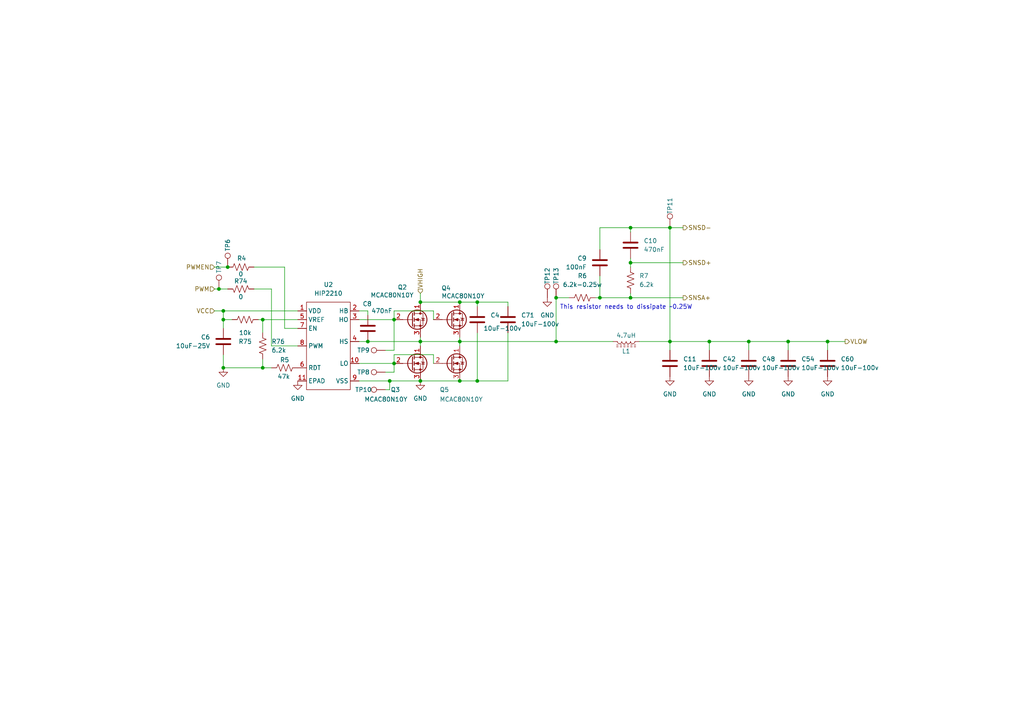
<source format=kicad_sch>
(kicad_sch (version 20231120) (generator "eeschema") (generator_version "8.0")
  (paper "A4")
  (lib_symbols
    (symbol "Connector:TestPoint" (pin_numbers hide) (pin_names (offset 0.762) hide)
      (property "Reference" "TP" (at 0 6.858 0))
      (property "Value" "TestPoint" (at 0 5.08 0))
      (symbol "TestPoint_0_1"
        (circle (center 0 3.302) (radius 0.762))
      )
      (symbol "TestPoint_1_1"
        (pin passive line (at 0 0 90) (length 2.54) (name "1") (number "1"))
      )
    )
    (symbol "Device:C" (pin_numbers hide) (pin_names (offset 0.254))
      (property "Reference" "C" (at 0.635 2.54 0))
      (property "Value" "C" (at 0.635 -2.54 0))
      (symbol "C_0_1"
        (polyline (pts (xy -2.032 -0.762) (xy 2.032 -0.762)) (stroke (width 0.508)))
        (polyline (pts (xy -2.032 0.762) (xy 2.032 0.762)) (stroke (width 0.508)))
      )
      (symbol "C_1_1"
        (pin passive line (at 0 3.81 270) (length 2.794) (name "~") (number "1"))
        (pin passive line (at 0 -3.81 90) (length 2.794) (name "~") (number "2"))
      )
    )
    (symbol "Device:L_Ferrite" (pin_numbers hide) (pin_names (offset 1.016) hide)
      (property "Reference" "L" (at -1.27 0 90))
      (property "Value" "L_Ferrite" (at 2.794 0 90))
      (symbol "L_Ferrite_0_1"
        (arc (start 0 -2.54) (mid 0.6323 -1.905) (end 0 -1.27))
        (arc (start 0 -1.27) (mid 0.6323 -0.635) (end 0 0))
        (polyline (pts (xy 1.016 -2.794) (xy 1.016 -2.286)))
        (polyline (pts (xy 1.016 -1.778) (xy 1.016 -1.27)))
        (polyline (pts (xy 1.016 -0.762) (xy 1.016 -0.254)))
        (polyline (pts (xy 1.016 0.254) (xy 1.016 0.762)))
        (polyline (pts (xy 1.016 1.27) (xy 1.016 1.778)))
        (polyline (pts (xy 1.016 2.286) (xy 1.016 2.794)))
        (polyline (pts (xy 1.524 -2.286) (xy 1.524 -2.794)))
        (polyline (pts (xy 1.524 -1.27) (xy 1.524 -1.778)))
        (polyline (pts (xy 1.524 -0.254) (xy 1.524 -0.762)))
        (polyline (pts (xy 1.524 0.762) (xy 1.524 0.254)))
        (polyline (pts (xy 1.524 1.778) (xy 1.524 1.27)))
        (polyline (pts (xy 1.524 2.794) (xy 1.524 2.286)))
        (arc (start 0 0) (mid 0.6323 0.635) (end 0 1.27))
        (arc (start 0 1.27) (mid 0.6323 1.905) (end 0 2.54))
      )
      (symbol "L_Ferrite_1_1"
        (pin passive line (at 0 3.81 270) (length 1.27) (name "1") (number "1"))
        (pin passive line (at 0 -3.81 90) (length 1.27) (name "2") (number "2"))
      )
    )
    (symbol "Device:R_US" (pin_numbers hide) (pin_names (offset 0))
      (property "Reference" "R" (at 2.54 0 90))
      (property "Value" "R_US" (at -2.54 0 90))
      (symbol "R_US_0_1"
        (polyline (pts (xy 0 -2.286) (xy 0 -2.54)))
        (polyline (pts (xy 0 2.286) (xy 0 2.54)))
        (polyline (pts (xy 0 -0.762) (xy 1.016 -1.143) (xy 0 -1.524) (xy -1.016 -1.905) (xy 0 -2.286)))
        (polyline (pts (xy 0 0.762) (xy 1.016 0.381) (xy 0 0) (xy -1.016 -0.381) (xy 0 -0.762)))
        (polyline (pts (xy 0 2.286) (xy 1.016 1.905) (xy 0 1.524) (xy -1.016 1.143) (xy 0 0.762)))
      )
      (symbol "R_US_1_1"
        (pin passive line (at 0 3.81 270) (length 1.27) (name "~") (number "1"))
        (pin passive line (at 0 -3.81 90) (length 1.27) (name "~") (number "2"))
      )
    )
    (symbol "GateDrivers:HIP2210"
      (property "Reference" "U?" (at -5.588 12.7 0))
      (property "Value" "HIP2210" (at 2.54 12.446 0))
      (symbol "HIP2210_0_1"
        (rectangle (start -6.35 11.43) (end 6.35 -13.97))
      )
      (symbol "HIP2210_1_1"
        (pin power_in line (at -8.89 8.89 0) (length 2.54) (name "VDD") (number "1"))
        (pin output line (at 8.89 -6.35 180) (length 2.54) (name "LO") (number "10"))
        (pin passive line (at -8.89 -11.43 0) (length 2.54) (name "EPAD") (number "11"))
        (pin output line (at 8.89 8.89 180) (length 2.54) (name "HB") (number "2"))
        (pin output line (at 8.89 6.35 180) (length 2.54) (name "HO") (number "3"))
        (pin input line (at 8.89 0 180) (length 2.54) (name "HS") (number "4"))
        (pin power_in line (at -8.89 6.35 0) (length 2.54) (name "VREF") (number "5"))
        (pin input line (at -8.89 -7.62 0) (length 2.54) (name "RDT") (number "6"))
        (pin input line (at -8.89 3.81 0) (length 2.54) (name "EN") (number "7"))
        (pin input line (at -8.89 -1.27 0) (length 2.54) (name "PWM") (number "8"))
        (pin input line (at 8.89 -11.43 180) (length 2.54) (name "VSS") (number "9"))
      )
    )
    (symbol "ProjectMosfets:MCAC80N10Y" (pin_names (offset 0) hide)
      (property "Reference" "Q" (at 5.08 1.27 0))
      (property "Value" "MCAC80N10Y" (at 5.08 -1.27 0))
      (symbol "MCAC80N10Y_0_1"
        (polyline (pts (xy 0.254 0) (xy -2.54 0)))
        (polyline (pts (xy 0.254 1.905) (xy 0.254 -1.905)) (stroke (width 0.254)))
        (polyline (pts (xy 0.762 -1.27) (xy 0.762 -2.286)) (stroke (width 0.254)))
        (polyline (pts (xy 0.762 0.508) (xy 0.762 -0.508)) (stroke (width 0.254)))
        (polyline (pts (xy 0.762 2.286) (xy 0.762 1.27)) (stroke (width 0.254)))
        (polyline (pts (xy 2.54 2.54) (xy 2.54 1.778)))
        (polyline (pts (xy 2.54 -2.54) (xy 2.54 0) (xy 0.762 0)))
        (polyline (pts (xy 0.762 -1.778) (xy 3.302 -1.778) (xy 3.302 1.778) (xy 0.762 1.778)))
        (polyline (pts (xy 1.016 0) (xy 2.032 0.381) (xy 2.032 -0.381) (xy 1.016 0)) (fill (type outline)))
        (polyline (pts (xy 2.794 0.508) (xy 2.921 0.381) (xy 3.683 0.381) (xy 3.81 0.254)))
        (polyline (pts (xy 3.302 0.381) (xy 2.921 -0.254) (xy 3.683 -0.254) (xy 3.302 0.381)))
        (circle (center 1.651 0) (radius 2.794) (stroke (width 0.254)))
        (circle (center 2.54 -1.778) (radius 0.254) (fill (type outline)))
        (circle (center 2.54 1.778) (radius 0.254) (fill (type outline)))
      )
      (symbol "MCAC80N10Y_1_1"
        (pin passive line (at 2.54 5.08 270) (length 2.54) (name "D") (number "1"))
        (pin input line (at -5.08 0 0) (length 2.54) (name "G") (number "2"))
        (pin passive line (at 2.54 -5.08 90) (length 2.54) (name "S") (number "3"))
      )
    )
    (symbol "power:GND" (power) (pin_names (offset 0))
      (property "Value" "GND" (at 0 -3.81 0))
      (symbol "GND_0_1"
        (polyline (pts (xy 0 0) (xy 0 -1.27) (xy 1.27 -1.27) (xy 0 -2.54) (xy -1.27 -1.27) (xy 0 -1.27)))
      )
      (symbol "GND_1_1"
        (pin power_in line (at 0 0 270) (length 0) hide (name "GND") (number "1"))
      )
    )
  )
  (junction (at 133.35 99.06))
  (junction (at 64.77 106.68))
  (junction (at 114.3 92.71))
  (junction (at 133.35 110.49))
  (junction (at 138.43 110.49))
  (junction (at 121.92 99.06))
  (junction (at 173.99 86.36))
  (junction (at 113.03 110.49))
  (junction (at 161.29 86.36))
  (junction (at 217.17 99.06))
  (junction (at 76.2 92.71))
  (junction (at 76.2 106.68))
  (junction (at 106.68 99.06))
  (junction (at 182.88 66.04))
  (junction (at 194.31 66.04))
  (junction (at 138.43 87.63))
  (junction (at 64.77 90.17))
  (junction (at 121.92 87.63))
  (junction (at 161.29 99.06))
  (junction (at 228.6 99.06))
  (junction (at 63.5 83.82))
  (junction (at 182.88 86.36))
  (junction (at 121.92 110.49))
  (junction (at 64.77 92.71))
  (junction (at 133.35 87.63))
  (junction (at 205.74 99.06))
  (junction (at 114.3 105.41))
  (junction (at 240.03 99.06))
  (junction (at 194.31 99.06))
  (junction (at 182.88 76.2))
  (junction (at 66.04 77.47))
  (wire (pts (xy 64.77 90.17) (xy 86.36 90.17)))
  (wire (pts (xy 63.5 83.82) (xy 66.04 83.82)))
  (wire (pts (xy 205.74 99.06) (xy 205.74 101.6)))
  (wire (pts (xy 194.31 66.04) (xy 194.31 99.06)))
  (wire (pts (xy 133.35 97.79) (xy 133.35 99.06)))
  (wire (pts (xy 111.76 113.03) (xy 113.03 113.03)))
  (wire (pts (xy 240.03 99.06) (xy 245.11 99.06)))
  (wire (pts (xy 121.92 87.63) (xy 133.35 87.63)))
  (wire (pts (xy 182.88 66.04) (xy 182.88 67.31)))
  (wire (pts (xy 173.99 86.36) (xy 182.88 86.36)))
  (wire (pts (xy 106.68 99.06) (xy 121.92 99.06)))
  (wire (pts (xy 113.03 113.03) (xy 113.03 110.49)))
  (wire (pts (xy 106.68 90.17) (xy 106.68 91.44)))
  (wire (pts (xy 74.93 92.71) (xy 76.2 92.71)))
  (wire (pts (xy 138.43 87.63) (xy 133.35 87.63)))
  (wire (pts (xy 182.88 86.36) (xy 198.12 86.36)))
  (wire (pts (xy 147.32 110.49) (xy 138.43 110.49)))
  (wire (pts (xy 217.17 99.06) (xy 217.17 101.6)))
  (wire (pts (xy 194.31 66.04) (xy 182.88 66.04)))
  (wire (pts (xy 228.6 99.06) (xy 228.6 101.6)))
  (wire (pts (xy 64.77 92.71) (xy 64.77 95.25)))
  (wire (pts (xy 121.92 99.06) (xy 121.92 100.33)))
  (wire (pts (xy 113.03 110.49) (xy 121.92 110.49)))
  (wire (pts (xy 121.92 110.49) (xy 133.35 110.49)))
  (wire (pts (xy 165.1 86.36) (xy 161.29 86.36)))
  (wire (pts (xy 104.14 99.06) (xy 106.68 99.06)))
  (wire (pts (xy 78.74 83.82) (xy 78.74 100.33)))
  (wire (pts (xy 104.14 105.41) (xy 114.3 105.41)))
  (wire (pts (xy 125.73 92.71) (xy 125.73 90.17)))
  (wire (pts (xy 82.55 95.25) (xy 86.36 95.25)))
  (wire (pts (xy 217.17 99.06) (xy 228.6 99.06)))
  (wire (pts (xy 82.55 77.47) (xy 82.55 95.25)))
  (wire (pts (xy 240.03 99.06) (xy 240.03 101.6)))
  (wire (pts (xy 73.66 83.82) (xy 78.74 83.82)))
  (wire (pts (xy 147.32 96.52) (xy 147.32 110.49)))
  (wire (pts (xy 125.73 105.41) (xy 125.73 102.87)))
  (wire (pts (xy 76.2 92.71) (xy 76.2 96.52)))
  (wire (pts (xy 147.32 88.9) (xy 147.32 87.63)))
  (wire (pts (xy 125.73 90.17) (xy 114.3 90.17)))
  (wire (pts (xy 64.77 92.71) (xy 67.31 92.71)))
  (wire (pts (xy 76.2 106.68) (xy 78.74 106.68)))
  (wire (pts (xy 138.43 110.49) (xy 133.35 110.49)))
  (wire (pts (xy 161.29 86.36) (xy 161.29 99.06)))
  (wire (pts (xy 133.35 99.06) (xy 133.35 100.33)))
  (wire (pts (xy 121.92 97.79) (xy 121.92 99.06)))
  (wire (pts (xy 104.14 110.49) (xy 113.03 110.49)))
  (wire (pts (xy 173.99 80.01) (xy 173.99 86.36)))
  (wire (pts (xy 173.99 66.04) (xy 173.99 72.39)))
  (wire (pts (xy 64.77 102.87) (xy 64.77 106.68)))
  (wire (pts (xy 64.77 106.68) (xy 76.2 106.68)))
  (wire (pts (xy 194.31 99.06) (xy 194.31 101.6)))
  (wire (pts (xy 182.88 66.04) (xy 173.99 66.04)))
  (wire (pts (xy 114.3 101.6) (xy 114.3 92.71)))
  (wire (pts (xy 121.92 85.09) (xy 121.92 87.63)))
  (wire (pts (xy 64.77 90.17) (xy 64.77 92.71)))
  (wire (pts (xy 161.29 99.06) (xy 177.8 99.06)))
  (wire (pts (xy 147.32 87.63) (xy 138.43 87.63)))
  (wire (pts (xy 73.66 77.47) (xy 82.55 77.47)))
  (wire (pts (xy 182.88 85.09) (xy 182.88 86.36)))
  (wire (pts (xy 62.23 90.17) (xy 64.77 90.17)))
  (wire (pts (xy 114.3 90.17) (xy 114.3 92.71)))
  (wire (pts (xy 228.6 99.06) (xy 240.03 99.06)))
  (wire (pts (xy 111.76 107.95) (xy 114.3 107.95)))
  (wire (pts (xy 111.76 101.6) (xy 114.3 101.6)))
  (wire (pts (xy 114.3 102.87) (xy 114.3 105.41)))
  (wire (pts (xy 138.43 96.52) (xy 138.43 110.49)))
  (wire (pts (xy 138.43 88.9) (xy 138.43 87.63)))
  (wire (pts (xy 194.31 66.04) (xy 198.12 66.04)))
  (wire (pts (xy 194.31 99.06) (xy 205.74 99.06)))
  (wire (pts (xy 185.42 99.06) (xy 194.31 99.06)))
  (wire (pts (xy 133.35 99.06) (xy 161.29 99.06)))
  (wire (pts (xy 121.92 99.06) (xy 133.35 99.06)))
  (wire (pts (xy 182.88 76.2) (xy 182.88 77.47)))
  (wire (pts (xy 172.72 86.36) (xy 173.99 86.36)))
  (wire (pts (xy 182.88 76.2) (xy 198.12 76.2)))
  (wire (pts (xy 104.14 90.17) (xy 106.68 90.17)))
  (wire (pts (xy 62.23 77.47) (xy 66.04 77.47)))
  (wire (pts (xy 76.2 104.14) (xy 76.2 106.68)))
  (wire (pts (xy 76.2 92.71) (xy 86.36 92.71)))
  (wire (pts (xy 78.74 100.33) (xy 86.36 100.33)))
  (wire (pts (xy 114.3 107.95) (xy 114.3 105.41)))
  (wire (pts (xy 104.14 92.71) (xy 114.3 92.71)))
  (wire (pts (xy 205.74 99.06) (xy 217.17 99.06)))
  (wire (pts (xy 182.88 74.93) (xy 182.88 76.2)))
  (wire (pts (xy 62.23 83.82) (xy 63.5 83.82)))
  (wire (pts (xy 125.73 102.87) (xy 114.3 102.87)))
  (text "This resistor needs to dissipate ~0.25W" (at 181.61 89.154 0) (effects (font (size 1.27 1.27))))
  (hierarchical_label "PWM" (shape input) (at 62.23 83.82 180))
  (hierarchical_label "PWMEN" (shape input) (at 62.23 77.47 180))
  (hierarchical_label "SNSA+" (shape output) (at 198.12 86.36 0))
  (hierarchical_label "SNSD-" (shape output) (at 198.12 66.04 0))
  (hierarchical_label "SNSD+" (shape output) (at 198.12 76.2 0))
  (hierarchical_label "VCC" (shape input) (at 62.23 90.17 180))
  (hierarchical_label "VLOW" (shape output) (at 245.11 99.06 0))
  (hierarchical_label "VHIGH" (shape input) (at 121.92 85.09 90))
  (symbol (lib_id "Device:C") (at 147.32 92.71 0) (unit 1)
    (property "Reference" "C71" (at 151.13 91.4399 0) (effects (justify left)))
    (property "Value" "10uF-100v" (at 151.13 93.9799 0) (effects (justify left)))
    (property "Footprint" "Capacitor_SMD:C_1210_3225Metric_Pad1.33x2.70mm_HandSolder" (effects (hide yes)))
    (property "Description" "Unpolarized capacitor" (effects (hide yes)))
    (property "Digikey" "445-CGA6P1X7R1N106M250ACCT-ND" (effects (hide yes)))
    (property "LCSC" "C576517" (effects (hide yes)))
  )
  (symbol (lib_id "Device:R_US") (at 82.55 106.68 90) (unit 1)
    (property "Reference" "R5" (at 82.55 104.394 90))
    (property "Value" "47k" (at 82.296 109.22 90))
    (property "Footprint" "Resistor_SMD:R_0603_1608Metric" (effects (hide yes)))
    (property "Description" "Resistor, US symbol" (effects (hide yes)))
    (property "Digikey" "N/A" (effects (hide yes)))
    (property "LCSC" "C25819" (effects (hide yes)))
  )
  (symbol (lib_id "Device:C") (at 173.99 76.2 0) (mirror y) (unit 1)
    (property "Reference" "C9" (at 170.18 74.9299 0) (effects (justify left)))
    (property "Value" "100nF" (at 170.18 77.4699 0) (effects (justify left)))
    (property "Footprint" "Capacitor_SMD:C_0603_1608Metric" (effects (hide yes)))
    (property "Description" "Unpolarized capacitor" (effects (hide yes)))
    (property "LCSC" "C14663" (effects (hide yes)))
    (property "Digikey" "N/A" (effects (hide yes)))
  )
  (symbol (lib_id "Device:R_US") (at 71.12 92.71 90) (unit 1)
    (property "Reference" "R75" (at 71.12 99.06 90))
    (property "Value" "10k" (at 71.12 96.52 90))
    (property "Footprint" "Resistor_SMD:R_0603_1608Metric" (effects (hide yes)))
    (property "Description" "Resistor, US symbol" (effects (hide yes)))
    (property "LCSC" "C25804" (effects (hide yes)))
    (property "Digikey" "N/A" (effects (hide yes)))
  )
  (symbol (lib_id "Device:C") (at 217.17 105.41 0) (unit 1)
    (property "Reference" "C48" (at 220.98 104.1399 0) (effects (justify left)))
    (property "Value" "10uF-100v" (at 220.98 106.6799 0) (effects (justify left)))
    (property "Footprint" "Capacitor_SMD:C_1210_3225Metric_Pad1.33x2.70mm_HandSolder" (effects (hide yes)))
    (property "Description" "Unpolarized capacitor" (effects (hide yes)))
    (property "Digikey" "445-CGA6P1X7R1N106M250ACCT-ND" (effects (hide yes)))
    (property "LCSC" "C576517" (effects (hide yes)))
  )
  (symbol (lib_id "Device:L_Ferrite") (at 181.61 99.06 270) (unit 1)
    (property "Reference" "L1" (at 181.61 101.854 90))
    (property "Value" "4.7uH" (at 181.61 97.282 90))
    (property "Footprint" "Inductors:Bournes_L_PQ2614BLA" (effects (hide yes)))
    (property "Description" "Inductor with ferrite core" (effects (hide yes)))
    (property "Digikey" "PQ2614BLA-3R3K-ND" (effects (hide yes)))
    (property "LCSC" "N/A" (effects (hide yes)))
  )
  (symbol (lib_id "Device:C") (at 64.77 99.06 0) (mirror y) (unit 1)
    (property "Reference" "C6" (at 60.96 97.7899 0) (effects (justify left)))
    (property "Value" "10uF-25V" (at 60.96 100.3299 0) (effects (justify left)))
    (property "Footprint" "Capacitor_SMD:C_0603_1608Metric" (effects (hide yes)))
    (property "Description" "Unpolarized capacitor" (effects (hide yes)))
    (property "Digikey" "N/A" (effects (hide yes)))
    (property "LCSC" "C96446" (effects (hide yes)))
  )
  (symbol (lib_id "power:GND") (at 205.74 109.22 0) (unit 1)
    (property "Reference" "#PWR068" (effects (hide yes)))
    (property "Value" "GND" (at 205.74 114.3 0))
    (property "Description" "Power symbol creates a global label with name \"GND\" , ground" (effects (hide yes)))
  )
  (symbol (lib_id "Connector:TestPoint") (at 161.29 86.36 0) (unit 1)
    (property "Reference" "TP13" (at 161.29 80.01 90))
    (property "Value" "TestPoint" (effects (hide yes)))
    (property "Footprint" "TestPoint:TestPoint_Pad_D1.0mm" (effects (hide yes)))
    (property "Description" "test point" (effects (hide yes)))
    (property "LCSC" "N/A" (effects (hide yes)))
  )
  (symbol (lib_id "power:GND") (at 86.36 110.49 0) (unit 1)
    (property "Reference" "#PWR045" (effects (hide yes)))
    (property "Value" "GND" (at 86.36 115.57 0))
    (property "Description" "Power symbol creates a global label with name \"GND\" , ground" (effects (hide yes)))
  )
  (symbol (lib_id "power:GND") (at 240.03 109.22 0) (unit 1)
    (property "Reference" "#PWR086" (effects (hide yes)))
    (property "Value" "GND" (at 240.03 114.3 0))
    (property "Description" "Power symbol creates a global label with name \"GND\" , ground" (effects (hide yes)))
  )
  (symbol (lib_id "Device:R_US") (at 182.88 81.28 0) (unit 1)
    (property "Reference" "R7" (at 185.42 80.0099 0) (effects (justify left)))
    (property "Value" "6.2k" (at 185.42 82.5499 0) (effects (justify left)))
    (property "Footprint" "Resistor_SMD:R_0603_1608Metric" (effects (hide yes)))
    (property "Description" "Resistor, US symbol" (effects (hide yes)))
    (property "Digikey" "N/A" (effects (hide yes)))
    (property "LCSC" "C4260" (effects (hide yes)))
  )
  (symbol (lib_id "ProjectMosfets:MCAC80N10Y") (at 119.38 105.41 0) (unit 1)
    (property "Reference" "Q3" (at 113.284 113.03 0) (effects (justify left)))
    (property "Value" "MCAC80N10Y" (at 105.664 115.824 0) (effects (justify left)))
    (property "Footprint" "Mosfets:TRANS_BSC076N06NS3-G" (effects (hide yes)))
    (property "Datasheet" "https://www.mccsemi.com/pdf/Products/MCAC80N10Y(DFN5060).pdf" (effects (hide yes)))
    (property "Description" "N-MOSFET transistor, drain/gate/source" (effects (hide yes)))
    (property "Digikey" "353-MCAC80N10Y-TPCT-ND" (effects (hide yes)))
    (property "LCSC" "N/A" (effects (hide yes)))
    (property "DigiKey" "353-MCAC80N10Y-TPCT-ND" (effects (hide yes)))
  )
  (symbol (lib_id "Device:C") (at 205.74 105.41 0) (unit 1)
    (property "Reference" "C42" (at 209.55 104.1399 0) (effects (justify left)))
    (property "Value" "10uF-100v" (at 209.55 106.6799 0) (effects (justify left)))
    (property "Footprint" "Capacitor_SMD:C_1210_3225Metric_Pad1.33x2.70mm_HandSolder" (effects (hide yes)))
    (property "Description" "Unpolarized capacitor" (effects (hide yes)))
    (property "Digikey" "445-CGA6P1X7R1N106M250ACCT-ND" (effects (hide yes)))
    (property "LCSC" "C576517" (effects (hide yes)))
  )
  (symbol (lib_id "Connector:TestPoint") (at 63.5 83.82 0) (unit 1)
    (property "Reference" "TP7" (at 63.5 77.47 90))
    (property "Value" "TestPoint" (effects (hide yes)))
    (property "Footprint" "TestPoint:TestPoint_Pad_D1.0mm" (effects (hide yes)))
    (property "Description" "test point" (effects (hide yes)))
    (property "LCSC" "N/A" (effects (hide yes)))
  )
  (symbol (lib_id "Device:R_US") (at 69.85 77.47 270) (unit 1)
    (property "Reference" "R4" (at 70.104 74.93 90))
    (property "Value" "0" (at 69.85 79.502 90))
    (property "Footprint" "Resistor_SMD:R_0603_1608Metric" (effects (hide yes)))
    (property "Description" "Resistor, US symbol" (effects (hide yes)))
    (property "Digikey" "N/A" (effects (hide yes)))
    (property "LCSC" "C21189" (effects (hide yes)))
  )
  (symbol (lib_id "Connector:TestPoint") (at 111.76 113.03 90) (unit 1)
    (property "Reference" "TP10" (at 105.41 113.03 90))
    (property "Value" "TestPoint" (effects (hide yes)))
    (property "Footprint" "TestPoint:TestPoint_Pad_D1.0mm" (effects (hide yes)))
    (property "Description" "test point" (effects (hide yes)))
    (property "LCSC" "N/A" (effects (hide yes)))
  )
  (symbol (lib_id "Device:R_US") (at 69.85 83.82 270) (mirror x) (unit 1)
    (property "Reference" "R74" (at 69.85 81.534 90))
    (property "Value" "0" (at 69.85 86.106 90))
    (property "Footprint" "Resistor_SMD:R_0603_1608Metric" (effects (hide yes)))
    (property "Description" "Resistor, US symbol" (effects (hide yes)))
    (property "Digikey" "N/A" (effects (hide yes)))
    (property "LCSC" "C21189" (effects (hide yes)))
  )
  (symbol (lib_id "ProjectMosfets:MCAC80N10Y") (at 119.38 92.71 0) (unit 1)
    (property "Reference" "Q2" (at 115.316 83.312 0) (effects (justify left)))
    (property "Value" "MCAC80N10Y" (at 107.442 85.598 0) (effects (justify left)))
    (property "Footprint" "Mosfets:TRANS_BSC076N06NS3-G" (effects (hide yes)))
    (property "Datasheet" "https://www.mccsemi.com/pdf/Products/MCAC80N10Y(DFN5060).pdf" (effects (hide yes)))
    (property "Description" "N-MOSFET transistor, drain/gate/source" (effects (hide yes)))
    (property "Digikey" "353-MCAC80N10Y-TPCT-ND" (effects (hide yes)))
    (property "LCSC" "N/A" (effects (hide yes)))
    (property "DigiKey" "353-MCAC80N10Y-TPCT-ND" (effects (hide yes)))
  )
  (symbol (lib_id "Device:R_US") (at 76.2 100.33 0) (unit 1)
    (property "Reference" "R76" (at 78.74 99.0599 0) (effects (justify left)))
    (property "Value" "6.2k" (at 78.74 101.5999 0) (effects (justify left)))
    (property "Footprint" "Resistor_SMD:R_0603_1608Metric" (effects (hide yes)))
    (property "Description" "Resistor, US symbol" (effects (hide yes)))
    (property "Digikey" "N/A" (effects (hide yes)))
    (property "LCSC" "C4260" (effects (hide yes)))
  )
  (symbol (lib_id "Device:C") (at 194.31 105.41 0) (unit 1)
    (property "Reference" "C11" (at 198.12 104.1399 0) (effects (justify left)))
    (property "Value" "10uF-100v" (at 198.12 106.6799 0) (effects (justify left)))
    (property "Footprint" "Capacitor_SMD:C_1210_3225Metric_Pad1.33x2.70mm_HandSolder" (effects (hide yes)))
    (property "Description" "Unpolarized capacitor" (effects (hide yes)))
    (property "Digikey" "445-CGA6P1X7R1N106M250ACCT-ND" (effects (hide yes)))
    (property "LCSC" "C576517" (effects (hide yes)))
  )
  (symbol (lib_id "Device:C") (at 106.68 95.25 0) (unit 1)
    (property "Reference" "C8" (at 105.156 88.138 0) (effects (justify left)))
    (property "Value" "470nF" (at 107.696 90.17 0) (effects (justify left)))
    (property "Footprint" "Capacitor_SMD:C_0603_1608Metric" (effects (hide yes)))
    (property "Description" "Unpolarized capacitor" (effects (hide yes)))
    (property "Digikey" "N/A" (effects (hide yes)))
    (property "LCSC" "C1623" (effects (hide yes)))
  )
  (symbol (lib_id "power:GND") (at 228.6 109.22 0) (unit 1)
    (property "Reference" "#PWR080" (effects (hide yes)))
    (property "Value" "GND" (at 228.6 114.3 0))
    (property "Description" "Power symbol creates a global label with name \"GND\" , ground" (effects (hide yes)))
  )
  (symbol (lib_id "Connector:TestPoint") (at 111.76 107.95 90) (unit 1)
    (property "Reference" "TP8" (at 105.41 107.95 90))
    (property "Value" "TestPoint" (effects (hide yes)))
    (property "Footprint" "TestPoint:TestPoint_Pad_D1.0mm" (effects (hide yes)))
    (property "Description" "test point" (effects (hide yes)))
    (property "LCSC" "N/A" (effects (hide yes)))
  )
  (symbol (lib_id "Connector:TestPoint") (at 194.31 66.04 0) (unit 1)
    (property "Reference" "TP11" (at 194.31 59.69 90))
    (property "Value" "TestPoint" (effects (hide yes)))
    (property "Footprint" "TestPoint:TestPoint_Pad_D1.0mm" (effects (hide yes)))
    (property "Description" "test point" (effects (hide yes)))
    (property "LCSC" "N/A" (effects (hide yes)))
  )
  (symbol (lib_id "Device:C") (at 182.88 71.12 0) (unit 1)
    (property "Reference" "C10" (at 186.69 69.8499 0) (effects (justify left)))
    (property "Value" "470nF" (at 186.69 72.3899 0) (effects (justify left)))
    (property "Footprint" "Capacitor_SMD:C_0603_1608Metric" (effects (hide yes)))
    (property "Description" "Unpolarized capacitor" (effects (hide yes)))
    (property "Digikey" "N/A" (effects (hide yes)))
    (property "LCSC" "C1623" (effects (hide yes)))
  )
  (symbol (lib_id "power:GND") (at 158.75 86.36 0) (unit 1)
    (property "Reference" "#PWR0139" (effects (hide yes)))
    (property "Value" "GND" (at 158.75 91.44 0))
    (property "Description" "Power symbol creates a global label with name \"GND\" , ground" (effects (hide yes)))
  )
  (symbol (lib_id "power:GND") (at 194.31 109.22 0) (unit 1)
    (property "Reference" "#PWR047" (effects (hide yes)))
    (property "Value" "GND" (at 194.31 114.3 0))
    (property "Description" "Power symbol creates a global label with name \"GND\" , ground" (effects (hide yes)))
  )
  (symbol (lib_id "ProjectMosfets:MCAC80N10Y") (at 130.81 92.71 0) (unit 1)
    (property "Reference" "Q4" (at 128.016 83.566 0) (effects (justify left)))
    (property "Value" "MCAC80N10Y" (at 128.016 85.852 0) (effects (justify left)))
    (property "Footprint" "Mosfets:TRANS_BSC076N06NS3-G" (effects (hide yes)))
    (property "Datasheet" "https://www.mccsemi.com/pdf/Products/MCAC80N10Y(DFN5060).pdf" (effects (hide yes)))
    (property "Description" "N-MOSFET transistor, drain/gate/source" (effects (hide yes)))
    (property "Digikey" "353-MCAC80N10Y-TPCT-ND" (effects (hide yes)))
    (property "LCSC" "N/A" (effects (hide yes)))
    (property "DigiKey" "353-MCAC80N10Y-TPCT-ND" (effects (hide yes)))
  )
  (symbol (lib_id "Device:R_US") (at 168.91 86.36 90) (unit 1)
    (property "Reference" "R6" (at 168.91 80.01 90))
    (property "Value" "6.2k-0.25w" (at 168.91 82.55 90))
    (property "Footprint" "Resistor_SMD:R_1206_3216Metric_Pad1.30x1.75mm_HandSolder" (effects (hide yes)))
    (property "Description" "Resistor, US symbol" (effects (hide yes)))
    (property "Digikey" "311-6.20KFRCT-ND" (effects (hide yes)))
    (property "LCSC" "C3017007" (effects (hide yes)))
  )
  (symbol (lib_id "Connector:TestPoint") (at 158.75 86.36 0) (unit 1)
    (property "Reference" "TP12" (at 158.75 80.01 90))
    (property "Value" "TestPoint" (effects (hide yes)))
    (property "Footprint" "TestPoint:TestPoint_Pad_D1.0mm" (effects (hide yes)))
    (property "Description" "test point" (effects (hide yes)))
    (property "LCSC" "N/A" (effects (hide yes)))
  )
  (symbol (lib_id "power:GND") (at 217.17 109.22 0) (unit 1)
    (property "Reference" "#PWR074" (effects (hide yes)))
    (property "Value" "GND" (at 217.17 114.3 0))
    (property "Description" "Power symbol creates a global label with name \"GND\" , ground" (effects (hide yes)))
  )
  (symbol (lib_id "ProjectMosfets:MCAC80N10Y") (at 130.81 105.41 0) (unit 1)
    (property "Reference" "Q5" (at 127.508 113.03 0) (effects (justify left)))
    (property "Value" "MCAC80N10Y" (at 127.508 115.824 0) (effects (justify left)))
    (property "Footprint" "Mosfets:TRANS_BSC076N06NS3-G" (effects (hide yes)))
    (property "Datasheet" "https://www.mccsemi.com/pdf/Products/MCAC80N10Y(DFN5060).pdf" (effects (hide yes)))
    (property "Description" "N-MOSFET transistor, drain/gate/source" (effects (hide yes)))
    (property "Digikey" "353-MCAC80N10Y-TPCT-ND" (effects (hide yes)))
    (property "LCSC" "N/A" (effects (hide yes)))
    (property "DigiKey" "353-MCAC80N10Y-TPCT-ND" (effects (hide yes)))
  )
  (symbol (lib_id "Device:C") (at 228.6 105.41 0) (unit 1)
    (property "Reference" "C54" (at 232.41 104.1399 0) (effects (justify left)))
    (property "Value" "10uF-100v" (at 232.41 106.6799 0) (effects (justify left)))
    (property "Footprint" "Capacitor_SMD:C_1210_3225Metric_Pad1.33x2.70mm_HandSolder" (effects (hide yes)))
    (property "Description" "Unpolarized capacitor" (effects (hide yes)))
    (property "Digikey" "445-CGA6P1X7R1N106M250ACCT-ND" (effects (hide yes)))
    (property "LCSC" "C576517" (effects (hide yes)))
  )
  (symbol (lib_id "Connector:TestPoint") (at 111.76 101.6 90) (unit 1)
    (property "Reference" "TP9" (at 105.41 101.6 90))
    (property "Value" "TestPoint" (effects (hide yes)))
    (property "Footprint" "TestPoint:TestPoint_Pad_D1.0mm" (effects (hide yes)))
    (property "Description" "test point" (effects (hide yes)))
    (property "LCSC" "N/A" (effects (hide yes)))
  )
  (symbol (lib_id "Connector:TestPoint") (at 66.04 77.47 0) (unit 1)
    (property "Reference" "TP6" (at 66.04 71.12 90))
    (property "Value" "TestPoint" (effects (hide yes)))
    (property "Footprint" "TestPoint:TestPoint_Pad_D1.0mm" (effects (hide yes)))
    (property "Description" "test point" (effects (hide yes)))
    (property "LCSC" "N/A" (effects (hide yes)))
  )
  (symbol (lib_id "power:GND") (at 64.77 106.68 0) (unit 1)
    (property "Reference" "#PWR044" (effects (hide yes)))
    (property "Value" "GND" (at 64.77 111.76 0))
    (property "Description" "Power symbol creates a global label with name \"GND\" , ground" (effects (hide yes)))
  )
  (symbol (lib_id "power:GND") (at 121.92 110.49 0) (unit 1)
    (property "Reference" "#PWR046" (effects (hide yes)))
    (property "Value" "GND" (at 121.92 115.57 0))
    (property "Description" "Power symbol creates a global label with name \"GND\" , ground" (effects (hide yes)))
  )
  (symbol (lib_id "Device:C") (at 240.03 105.41 0) (unit 1)
    (property "Reference" "C60" (at 243.84 104.1399 0) (effects (justify left)))
    (property "Value" "10uF-100v" (at 243.84 106.6799 0) (effects (justify left)))
    (property "Footprint" "Capacitor_SMD:C_1210_3225Metric_Pad1.33x2.70mm_HandSolder" (effects (hide yes)))
    (property "Description" "Unpolarized capacitor" (effects (hide yes)))
    (property "Digikey" "445-CGA6P1X7R1N106M250ACCT-ND" (effects (hide yes)))
    (property "LCSC" "C576517" (effects (hide yes)))
  )
  (symbol (lib_id "GateDrivers:HIP2210") (at 95.25 99.06 0) (unit 1)
    (property "Reference" "U2" (at 95.25 82.55 0))
    (property "Value" "HIP2210" (at 95.25 85.09 0))
    (property "Footprint" "DFN:TDFN-10-1EP_4x4mm_P0.8mm_EP2.6x3mm" (effects (hide yes)))
    (property "Datasheet" "https://www.renesas.com/us/en/document/dst/hip2210-hip2211-datasheet?r=1320376" (effects (hide yes)))
    (property "Digikey" "20-HIP2210FRTZ-TCT-ND" (effects (hide yes)))
    (property "LCSC" "N/A" (effects (hide yes)))
  )
  (symbol (lib_id "Device:C") (at 138.43 92.71 0) (unit 1)
    (property "Reference" "C4" (at 142.24 91.4399 0) (effects (justify left)))
    (property "Value" "10uF-100v" (at 140.208 95.25 0) (effects (justify left)))
    (property "Footprint" "Capacitor_SMD:C_1210_3225Metric_Pad1.33x2.70mm_HandSolder" (effects (hide yes)))
    (property "Description" "Unpolarized capacitor" (effects (hide yes)))
    (property "Digikey" "445-CGA6P1X7R1N106M250ACCT-ND" (effects (hide yes)))
    (property "LCSC" "C576517" (effects (hide yes)))
  )
)
</source>
